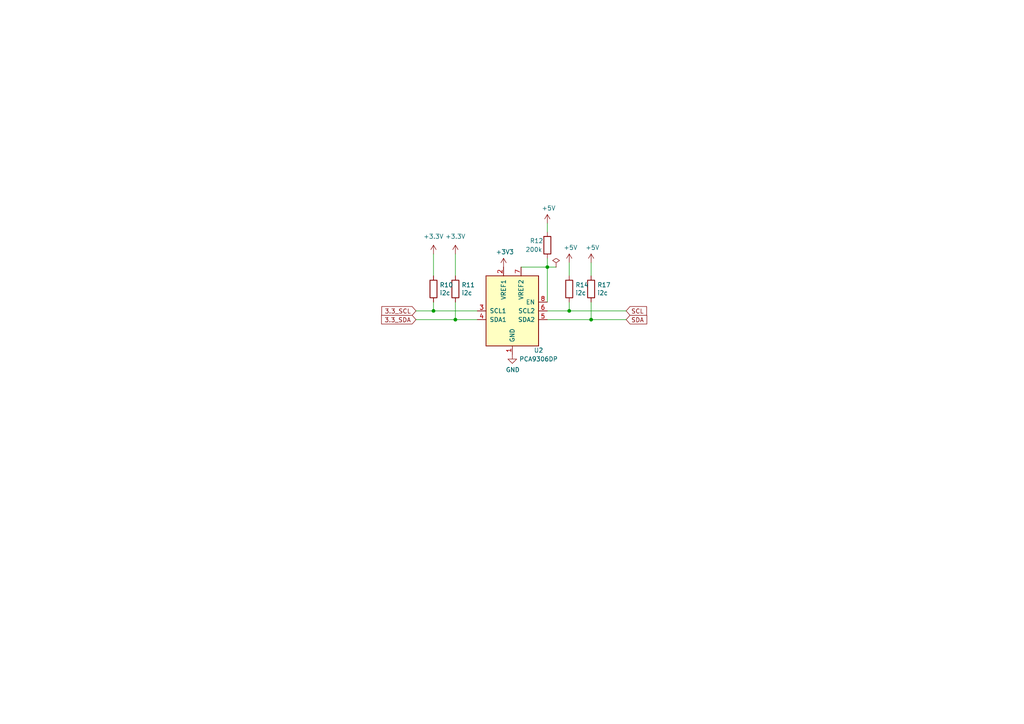
<source format=kicad_sch>
(kicad_sch (version 20230121) (generator eeschema)
  (paper "A4")
  (lib_symbols
    (symbol "Device:R" (pin_numbers hide) (pin_names (offset 0))
      (property "Reference" "R" (at 2.032 0 90))
      (property "Value" "R" (at 0 0 90))
      (symbol "R_0_1"
        (rectangle (start -1.016 -2.54) (end 1.016 2.54) (stroke (width 0.254)))
      )
      (symbol "R_1_1"
        (pin passive line (at 0 3.81 270) (length 1.27) (name "~") (number "1"))
        (pin passive line (at 0 -3.81 90) (length 1.27) (name "~") (number "2"))
      )
    )
    (symbol "Interface:PCA9306DP" (pin_names (offset 1.016))
      (property "Reference" "U" (at -7.62 11.43 0))
      (property "Value" "PCA9306DP" (at 3.81 11.43 0))
      (symbol "PCA9306DP_0_1"
        (rectangle (start -7.62 10.16) (end 7.62 -10.16) (stroke (width 0.254)) (fill (type background)))
      )
      (symbol "PCA9306DP_1_1"
        (pin power_in line (at 0 -12.7 90) (length 2.54) (name "GND") (number "1"))
        (pin power_in line (at -2.54 12.7 270) (length 2.54) (name "VREF1") (number "2"))
        (pin bidirectional line (at -10.16 0 0) (length 2.54) (name "SCL1") (number "3"))
        (pin bidirectional line (at -10.16 -2.54 0) (length 2.54) (name "SDA1") (number "4"))
        (pin bidirectional line (at 10.16 -2.54 180) (length 2.54) (name "SDA2") (number "5"))
        (pin bidirectional line (at 10.16 0 180) (length 2.54) (name "SCL2") (number "6"))
        (pin power_in line (at 2.54 12.7 270) (length 2.54) (name "VREF2") (number "7"))
        (pin input line (at 10.16 2.54 180) (length 2.54) (name "EN") (number "8"))
      )
    )
    (symbol "power:+3.3V" (power) (pin_names (offset 0))
      (property "Value" "+3.3V" (at 0 3.556 0))
      (symbol "+3.3V_0_1"
        (polyline (pts (xy -0.762 1.27) (xy 0 2.54)))
        (polyline (pts (xy 0 0) (xy 0 2.54)))
        (polyline (pts (xy 0 2.54) (xy 0.762 1.27)))
      )
      (symbol "+3.3V_1_1"
        (pin power_in line (at 0 0 90) (length 0) hide (name "+3.3V") (number "1"))
      )
    )
    (symbol "power:+3V3" (power) (pin_names (offset 0))
      (property "Value" "+3V3" (at 0 3.556 0))
      (symbol "+3V3_0_1"
        (polyline (pts (xy -0.762 1.27) (xy 0 2.54)))
        (polyline (pts (xy 0 0) (xy 0 2.54)))
        (polyline (pts (xy 0 2.54) (xy 0.762 1.27)))
      )
      (symbol "+3V3_1_1"
        (pin power_in line (at 0 0 90) (length 0) hide (name "+3V3") (number "1"))
      )
    )
    (symbol "power:+5V" (power) (pin_names (offset 0))
      (property "Value" "+5V" (at 0 3.556 0))
      (symbol "+5V_0_1"
        (polyline (pts (xy -0.762 1.27) (xy 0 2.54)))
        (polyline (pts (xy 0 0) (xy 0 2.54)))
        (polyline (pts (xy 0 2.54) (xy 0.762 1.27)))
      )
      (symbol "+5V_1_1"
        (pin power_in line (at 0 0 90) (length 0) hide (name "+5V") (number "1"))
      )
    )
    (symbol "power:GND" (power) (pin_names (offset 0))
      (property "Value" "GND" (at 0 -3.81 0))
      (symbol "GND_0_1"
        (polyline (pts (xy 0 0) (xy 0 -1.27) (xy 1.27 -1.27) (xy 0 -2.54) (xy -1.27 -1.27) (xy 0 -1.27)))
      )
      (symbol "GND_1_1"
        (pin power_in line (at 0 0 270) (length 0) hide (name "GND") (number "1"))
      )
    )
    (symbol "power:PWR_FLAG" (power) (pin_numbers hide) (pin_names (offset 0) hide)
      (property "Value" "PWR_FLAG" (at 0 3.81 0))
      (symbol "PWR_FLAG_0_0"
        (pin power_out line (at 0 0 90) (length 0) (name "pwr") (number "1"))
      )
      (symbol "PWR_FLAG_0_1"
        (polyline (pts (xy 0 0) (xy 0 1.27) (xy -1.016 1.905) (xy 0 2.54) (xy 1.016 1.905) (xy 0 1.27)))
      )
    )
  )
  (junction (at 171.45 92.71))
  (junction (at 125.73 90.17))
  (junction (at 165.1 90.17))
  (junction (at 158.75 77.47))
  (junction (at 132.08 92.71))
  (wire (pts (xy 158.75 90.17) (xy 165.1 90.17)))
  (wire (pts (xy 125.73 90.17) (xy 138.43 90.17)))
  (wire (pts (xy 171.45 92.71) (xy 181.61 92.71)))
  (wire (pts (xy 171.45 80.01) (xy 171.45 76.2)))
  (wire (pts (xy 125.73 90.17) (xy 120.65 90.17)))
  (wire (pts (xy 165.1 90.17) (xy 165.1 87.63)))
  (wire (pts (xy 161.29 77.47) (xy 158.75 77.47)))
  (wire (pts (xy 158.75 74.93) (xy 158.75 77.47)))
  (wire (pts (xy 158.75 92.71) (xy 171.45 92.71)))
  (wire (pts (xy 158.75 77.47) (xy 158.75 87.63)))
  (wire (pts (xy 125.73 87.63) (xy 125.73 90.17)))
  (wire (pts (xy 171.45 87.63) (xy 171.45 92.71)))
  (wire (pts (xy 132.08 73.66) (xy 132.08 80.01)))
  (wire (pts (xy 125.73 73.66) (xy 125.73 80.01)))
  (wire (pts (xy 165.1 80.01) (xy 165.1 76.2)))
  (wire (pts (xy 165.1 90.17) (xy 181.61 90.17)))
  (wire (pts (xy 138.43 92.71) (xy 132.08 92.71)))
  (wire (pts (xy 151.13 77.47) (xy 158.75 77.47)))
  (wire (pts (xy 158.75 67.31) (xy 158.75 64.77)))
  (wire (pts (xy 120.65 92.71) (xy 132.08 92.71)))
  (wire (pts (xy 132.08 87.63) (xy 132.08 92.71)))
  (global_label "SCL" (shape input) (at 181.61 90.17 0) (property "Intersheetrefs" "${INTERSHEET_REFS}" (effects hide)))
  (global_label "3.3_SDA" (shape input) (at 120.65 92.71 180) (property "Intersheetrefs" "${INTERSHEET_REFS}" (effects hide)))
  (global_label "3.3_SCL" (shape input) (at 120.65 90.17 180) (property "Intersheetrefs" "${INTERSHEET_REFS}" (effects hide)))
  (global_label "SDA" (shape input) (at 181.61 92.71 0) (property "Intersheetrefs" "${INTERSHEET_REFS}" (effects hide)))
  (symbol (lib_id "power:+5V") (at 171.45 76.2 0) (unit 1)
    (property "Reference" "#PWR036" (effects hide))
    (property "Value" "+5V" (at 171.831 71.8058 0))
    (instances (project "LTP305_ESP32_CLOCK" (path "" (reference "#PWR036") (unit 1))) (project "ltp_kikad" (path "" (reference "#PWR074") (unit 1))))
  )
  (symbol (lib_id "Device:R") (at 158.75 71.12 0) (unit 1)
    (property "Reference" "R12" (at 153.67 69.85 0) (effects (justify left)))
    (property "Value" "200k" (at 152.4 72.39 0) (effects (justify left)))
    (property "Footprint" "Resistor_SMD:R_0603_1608Metric" (effects hide))
    (instances (project "LTP305_ESP32_CLOCK" (path "" (reference "R12") (unit 1))) (project "ltp_kikad" (path "" (reference "R18") (unit 1))))
  )
  (symbol (lib_id "power:+5V") (at 158.75 64.77 0) (unit 1)
    (property "Reference" "#PWR0101" (effects hide))
    (property "Value" "+5V" (at 159.131 60.3758 0))
    (instances (project "LTP305_ESP32_CLOCK" (path "" (reference "#PWR0101") (unit 1))) (project "ltp_kikad" (path "" (reference "#PWR072") (unit 1))))
  )
  (symbol (lib_id "Device:R") (at 165.1 83.82 180) (unit 1)
    (property "Reference" "R14" (at 166.878 82.6516 0) (effects (justify right)))
    (property "Value" "i2c" (at 166.878 84.963 0) (effects (justify right)))
    (property "Footprint" "Resistor_SMD:R_0603_1608Metric" (effects hide))
    (instances (project "LTP305_ESP32_CLOCK" (path "" (reference "R14") (unit 1))) (project "ltp_kikad" (path "" (reference "R19") (unit 1))))
  )
  (symbol (lib_id "Device:R") (at 132.08 83.82 180) (unit 1)
    (property "Reference" "R11" (at 133.858 82.6516 0) (effects (justify right)))
    (property "Value" "i2c" (at 133.858 84.963 0) (effects (justify right)))
    (property "Footprint" "Resistor_SMD:R_0603_1608Metric" (effects hide))
    (instances (project "LTP305_ESP32_CLOCK" (path "" (reference "R11") (unit 1))) (project "ltp_kikad" (path "" (reference "R17") (unit 1))))
  )
  (symbol (lib_id "Device:R") (at 125.73 83.82 180) (unit 1)
    (property "Reference" "R10" (at 127.508 82.6516 0) (effects (justify right)))
    (property "Value" "i2c" (at 127.508 84.963 0) (effects (justify right)))
    (property "Footprint" "Resistor_SMD:R_0603_1608Metric" (effects hide))
    (instances (project "LTP305_ESP32_CLOCK" (path "" (reference "R10") (unit 1))) (project "ltp_kikad" (path "" (reference "R16") (unit 1))))
  )
  (symbol (lib_id "power:+3.3V") (at 132.08 73.66 0) (unit 1)
    (property "Reference" "#PWR045" (effects hide))
    (property "Value" "+3.3V" (at 132.08 68.58 0))
    (instances (project "ltp_kikad" (path "" (reference "#PWR045") (unit 1)) (path "" (reference "#PWR058") (unit 1)) (path "" (reference "#PWR075") (unit 1))))
  )
  (symbol (lib_id "Device:R") (at 171.45 83.82 180) (unit 1)
    (property "Reference" "R17" (at 173.228 82.6516 0) (effects (justify right)))
    (property "Value" "i2c" (at 173.228 84.963 0) (effects (justify right)))
    (property "Footprint" "Resistor_SMD:R_0603_1608Metric" (effects hide))
    (instances (project "LTP305_ESP32_CLOCK" (path "" (reference "R17") (unit 1))) (project "ltp_kikad" (path "" (reference "R20") (unit 1))))
  )
  (symbol (lib_id "Interface:PCA9306DP") (at 148.59 90.17 0) (unit 1)
    (property "Reference" "U2" (at 156.21 101.6 0))
    (property "Value" "PCA9306DP" (at 156.21 104.14 0))
    (property "Footprint" "Package_SO:TSSOP-8_3x3mm_P0.65mm" (effects hide))
    (property "Datasheet" "https://www.nxp.com/docs/en/data-sheet/PCA9306.pdf" (effects hide))
    (instances (project "LTP305_ESP32_CLOCK" (path "" (reference "U2") (unit 1))) (project "ltp_kikad" (path "" (reference "U3") (unit 1))))
  )
  (symbol (lib_id "power:+3V3") (at 146.05 77.47 0) (unit 1)
    (property "Reference" "#PWR028" (effects hide))
    (property "Value" "+3V3" (at 146.431 73.0758 0))
    (instances (project "LTP305_ESP32_CLOCK" (path "" (reference "#PWR028") (unit 1))) (project "ltp_kikad" (path "" (reference "#PWR070") (unit 1))))
  )
  (symbol (lib_id "power:GND") (at 148.59 102.87 0) (unit 1)
    (property "Reference" "#PWR029" (effects hide))
    (property "Value" "GND" (at 148.717 107.2642 0))
    (instances (project "LTP305_ESP32_CLOCK" (path "" (reference "#PWR029") (unit 1))) (project "ltp_kikad" (path "" (reference "#PWR071") (unit 1))))
  )
  (symbol (lib_id "power:+5V") (at 165.1 76.2 0) (unit 1)
    (property "Reference" "#PWR032" (effects hide))
    (property "Value" "+5V" (at 165.481 71.8058 0))
    (instances (project "LTP305_ESP32_CLOCK" (path "" (reference "#PWR032") (unit 1))) (project "ltp_kikad" (path "" (reference "#PWR073") (unit 1))))
  )
  (symbol (lib_id "power:+3.3V") (at 125.73 73.66 0) (unit 1)
    (property "Reference" "#PWR045" (effects hide))
    (property "Value" "+3.3V" (at 125.73 68.58 0))
    (instances (project "ltp_kikad" (path "" (reference "#PWR045") (unit 1)) (path "" (reference "#PWR058") (unit 1)) (path "" (reference "#PWR068") (unit 1))))
  )
  (symbol (lib_id "power:PWR_FLAG") (at 161.29 77.47 0) (unit 1)
    (property "Reference" "#FLG0103" (effects hide))
    (property "Value" "PWR_FLAG" (effects hide))
    (instances (project "LTP305_ESP32_CLOCK" (path "" (reference "#FLG0103") (unit 1))) (project "ltp_kikad" (path "" (reference "#FLG01") (unit 1))))
  )
)
</source>
